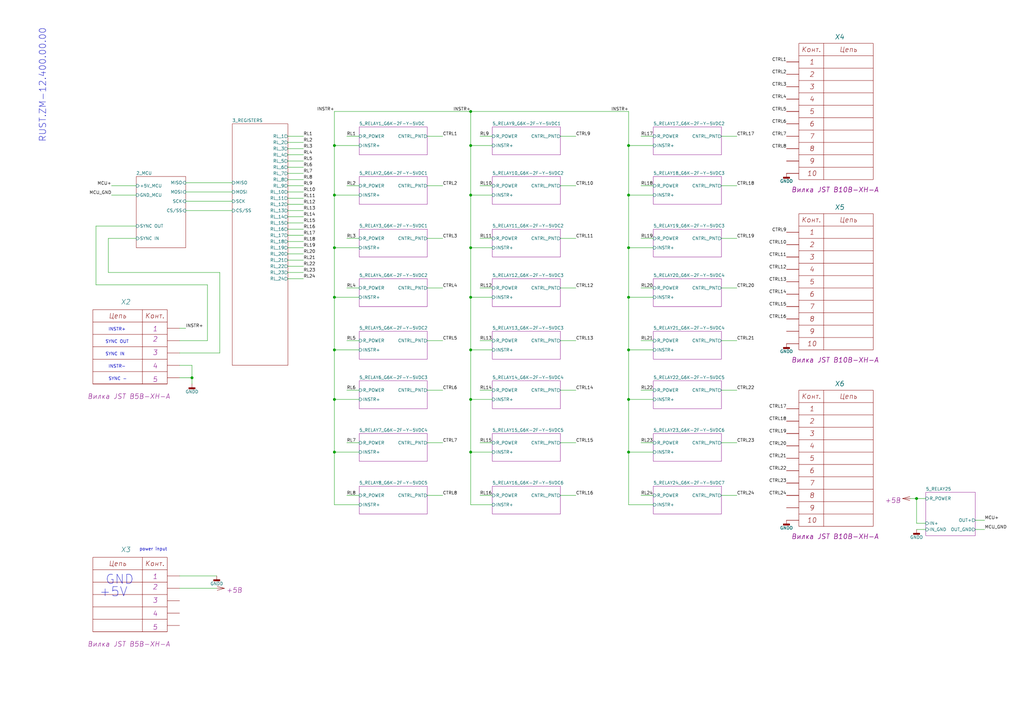
<source format=kicad_sch>
(kicad_sch (version 20210621) (generator eeschema)
  (paper "A3")
  (title_block (title "Seebeck measurement system (longitudially)") (rev "rev") (company "Rustec") (comment 1 "RUST.ZM-12.402.01.00") (comment 2 "mikhailov") (comment 3 "sitnicov") (comment 4 "4") (comment 5 "5") (comment 6 "6") (comment 7 "7") (comment 8 "8") (comment 9 "9"))
  (lib_symbols
    (symbol "[LTM][Power]:+5V" (power) (pin_numbers hide) (pin_names (offset 0) hide)
      (property "ValueName" "+5В" (at 0 5.08 0))
      (symbol "+5V_0_1"
        (polyline (pts (xy 0 3.175) (xy -0.8128 0.1778)))
        (polyline (pts (xy 0 3.175) (xy 0 0)))
        (polyline (pts (xy 0.8128 0.1778) (xy 0 3.175)))
      )
      (symbol "+5V_1_1"
        (pin power_in line (at 0 0 90) (length 0) hide (name "+5V") (number "1"))
      )
    )
    (symbol "my_Library:B10B-XH-A_right" (pin_numbers hide) (pin_names (offset 0) hide)
      (property "Reference" "X3" (at 19.6851 10.2517 0))
      (property "ValueName" "Вилка JST B10B-XH-A" (at 1.9051 -52.4053 0))
      (symbol "B10B-XH-A_right_0_0"
        (polyline (pts (xy 15.24 7.62) (xy 15.24 -48.26)))
        (polyline (pts (xy 35.56 -43.18) (xy 5.08 -43.18)))
        (polyline (pts (xy 35.56 -38.1) (xy 5.08 -38.1)))
        (polyline (pts (xy 35.56 -33.02) (xy 5.08 -33.02)))
        (polyline (pts (xy 35.56 -27.94) (xy 5.08 -27.94)))
        (polyline (pts (xy 35.56 -22.86) (xy 5.08 -22.86)))
        (polyline (pts (xy 35.56 -17.78) (xy 5.08 -17.78)))
        (polyline (pts (xy 35.56 -12.7) (xy 5.08 -12.7)))
        (polyline (pts (xy 35.56 -7.62) (xy 5.08 -7.62)))
        (polyline (pts (xy 35.56 -2.54) (xy 5.08 -2.54)))
        (polyline (pts (xy 35.56 2.54) (xy 5.08 2.54)))
        (rectangle (start 5.08 7.62) (end 35.56 -48.26))
      )
      (symbol "B10B-XH-A_right_1_1"
        (text "1" (at 10.414 0 0) (effects (font (size 2.0066 2.0066) italic)))
        (text "10" (at 10.414 -45.72 0) (effects (font (size 2.0066 2.0066) italic)))
        (text "2" (at 10.414 -5.08 0) (effects (font (size 2.0066 2.0066) italic)))
        (text "3" (at 10.414 -10.16 0) (effects (font (size 2.0066 2.0066) italic)))
        (text "4" (at 10.414 -15.24 0) (effects (font (size 2.0066 2.0066) italic)))
        (text "5" (at 10.414 -20.32 0) (effects (font (size 2.0066 2.0066) italic)))
        (text "6" (at 10.414 -25.4 0) (effects (font (size 2.0066 2.0066) italic)))
        (text "7" (at 10.414 -30.48 0) (effects (font (size 2.0066 2.0066) italic)))
        (text "8" (at 10.414 -35.56 0) (effects (font (size 2.0066 2.0066) italic)))
        (text "9" (at 10.414 -40.64 0) (effects (font (size 2.0066 2.0066) italic)))
        (text "Конт." (at 10.16 5.08 0) (effects (font (size 2.0066 2.0066) italic)))
        (text "Цепь" (at 25.4 5.08 0) (effects (font (size 2.0066 2.0066) italic)))
        (pin passive line (at 0 0 0) (length 5.08) (name "1") (number "1"))
        (pin passive line (at 0 -45.72 0) (length 5.08) (name "10") (number "10"))
        (pin passive line (at 0 -5.08 0) (length 5.08) (name "2") (number "2"))
        (pin passive line (at 0 -10.16 0) (length 5.08) (name "3") (number "3"))
        (pin passive line (at 0 -15.24 0) (length 5.08) (name "4") (number "4"))
        (pin passive line (at 0 -20.32 0) (length 5.08) (name "5") (number "5"))
        (pin passive line (at 0 -25.4 0) (length 5.08) (name "6") (number "6"))
        (pin passive line (at 0 -30.48 0) (length 5.08) (name "7") (number "7"))
        (pin passive line (at 0 -35.56 0) (length 5.08) (name "8") (number "8"))
        (pin passive line (at 0 -40.64 0) (length 5.08) (name "9") (number "9"))
      )
    )
    (symbol "my_Library:B5B-XH-A_Left" (pin_numbers hide) (pin_names (offset 0) hide)
      (property "Reference" "X" (at -22.225 10.795 0))
      (property "ValueName" "Вилка JST B5B-XH-A" (at -20.955 -27.94 0))
      (property "PIN1" "1" (at -10.16 -0.227 0))
      (property "PIN2" "2" (at -10.16 -4.464 0))
      (property "PIN3" "3" (at -10.16 -9.971 0))
      (property "PIN4" "4" (at -10.16 -15.478 0))
      (property "PIN5" "5" (at -10.16 -20.985 0))
      (symbol "B5B-XH-A_Left_0_0"
        (rectangle (start -5.08 7.62) (end -35.56 -22.86))
        (polyline (pts (xy -35.56 -22.86) (xy -5.08 -22.86)))
        (polyline (pts (xy -35.56 -17.78) (xy -5.08 -17.78)))
        (polyline (pts (xy -35.56 -12.7) (xy -5.08 -12.7)))
        (polyline (pts (xy -35.56 -7.62) (xy -5.08 -7.62)))
        (polyline (pts (xy -35.56 -2.54) (xy -5.08 -2.54)))
        (polyline (pts (xy -35.56 2.54) (xy -5.08 2.54)))
        (polyline (pts (xy -15.24 7.62) (xy -15.24 -22.86)))
      )
      (symbol "B5B-XH-A_Left_1_1"
        (text "Конт." (at -10.16 5.08 0) (effects (font (size 2.0066 2.0066) italic)))
        (text "Цепь" (at -25.4 5.08 0) (effects (font (size 2.0066 2.0066) italic)))
        (pin passive line (at 0 0 180) (length 5.08) (name "1") (number "1"))
        (pin passive line (at 0 -5.08 180) (length 5.08) (name "2") (number "2"))
        (pin passive line (at 0 -10.16 180) (length 5.08) (name "3") (number "3"))
        (pin passive line (at 0 -15.24 180) (length 5.08) (name "4") (number "4"))
        (pin passive line (at 0 -20.32 180) (length 5.08) (name "5") (number "5"))
      )
    )
    (symbol "my_Library:board_symbol_190x310"
      (property "Reference" "PCB" (at 12.7 -1.905 0))
      (property "Value" "board_symbol_190x310" (at 13.335 -8.255 0))
      (symbol "board_symbol_190x310_0_1"
        (rectangle (start 0 0) (end 25.4 -10.16) (stroke (width 0.1524)))
      )
    )
    (symbol "my_Library:bread_16pins"
      (property "Reference" "BB" (at 10.16 3.81 0))
      (property "Value" "bread_16pins" (at 11.43 -40.64 0))
      (symbol "bread_16pins_1_0"
        (pin tri_state line (at 0 0 0) (length 2.54) (name "") (number "1"))
        (pin input line (at 20.32 -30.48 180) (length 2.54) (name "") (number "10"))
        (pin input line (at 20.32 -25.4 180) (length 2.54) (name "") (number "11"))
        (pin input line (at 20.32 -20.32 180) (length 2.54) (name "") (number "12"))
        (pin input line (at 20.32 -15.24 180) (length 2.54) (name "") (number "13"))
        (pin input line (at 20.32 -10.16 180) (length 2.54) (name "") (number "14"))
        (pin tri_state line (at 20.32 -5.08 180) (length 2.54) (name "") (number "15"))
        (pin power_in line (at 20.32 0 180) (length 2.54) (name "") (number "16"))
        (pin tri_state line (at 0 -5.08 0) (length 2.54) (name "") (number "2"))
        (pin tri_state line (at 0 -10.16 0) (length 2.54) (name "") (number "3"))
        (pin tri_state line (at 0 -15.24 0) (length 2.54) (name "") (number "4"))
        (pin tri_state line (at 0 -20.32 0) (length 2.54) (name "") (number "5"))
        (pin tri_state line (at 0 -25.4 0) (length 2.54) (name "") (number "6"))
        (pin tri_state line (at 0 -30.48 0) (length 2.54) (name "") (number "7"))
        (pin power_in line (at 0 -35.56 0) (length 2.54) (name "") (number "8"))
        (pin output line (at 20.32 -35.56 180) (length 2.54) (name "") (number "9"))
      )
      (symbol "bread_16pins_1_1"
        (rectangle (start 2.54 2.54) (end 17.78 -39.37) (stroke (width 0.254)) (fill (type background)))
      )
    )
    (symbol "power:GNDD" (power) (pin_names (offset 0))
      (property "Value" "GNDD" (at 0 -3.175 0))
      (symbol "GNDD_0_1"
        (rectangle (start -1.27 -1.524) (end 1.27 -2.032) (stroke (width 0.254)) (fill (type outline)))
        (polyline (pts (xy 0 0) (xy 0 -1.524)))
      )
      (symbol "GNDD_1_1"
        (pin power_in line (at 0 0 270) (length 0) hide (name "GNDD") (number "1"))
      )
    )
  )
  (junction (at 78.74 154.94) (diameter 1.016))
  (junction (at 137.16 59.69) (diameter 1.016))
  (junction (at 137.16 80.01) (diameter 1.016))
  (junction (at 137.16 101.6) (diameter 1.016))
  (junction (at 137.16 121.92) (diameter 1.016))
  (junction (at 137.16 143.51) (diameter 1.016))
  (junction (at 137.16 163.83) (diameter 1.016))
  (junction (at 137.16 185.42) (diameter 1.016))
  (junction (at 193.04 45.72) (diameter 1.016))
  (junction (at 193.04 59.69) (diameter 1.016))
  (junction (at 193.04 80.01) (diameter 1.016))
  (junction (at 193.04 101.6) (diameter 1.016))
  (junction (at 193.04 121.92) (diameter 1.016))
  (junction (at 193.04 143.51) (diameter 1.016))
  (junction (at 193.04 163.83) (diameter 1.016))
  (junction (at 193.04 185.42) (diameter 1.016))
  (junction (at 257.81 59.69) (diameter 1.016))
  (junction (at 257.81 80.01) (diameter 1.016))
  (junction (at 257.81 101.6) (diameter 1.016))
  (junction (at 257.81 121.92) (diameter 1.016))
  (junction (at 257.81 143.51) (diameter 1.016))
  (junction (at 257.81 163.83) (diameter 1.016))
  (junction (at 257.81 185.42) (diameter 1.016))
  (junction (at 375.92 204.47) (diameter 1.016))
  (wire (pts (xy 39.37 92.71) (xy 55.88 92.71)))
  (wire (pts (xy 39.37 116.84) (xy 39.37 92.71)))
  (wire (pts (xy 44.45 97.79) (xy 44.45 111.76)))
  (wire (pts (xy 44.45 111.76) (xy 90.17 111.76)))
  (wire (pts (xy 45.72 76.2) (xy 55.88 76.2)))
  (wire (pts (xy 45.72 80.01) (xy 55.88 80.01)))
  (wire (pts (xy 55.88 97.79) (xy 44.45 97.79)))
  (wire (pts (xy 73.66 134.62) (xy 76.2 134.62)))
  (wire (pts (xy 73.66 139.7) (xy 85.09 139.7)))
  (wire (pts (xy 73.66 149.86) (xy 78.74 149.86)))
  (wire (pts (xy 73.66 154.94) (xy 78.74 154.94)))
  (wire (pts (xy 73.66 236.22) (xy 88.9 236.22)))
  (wire (pts (xy 73.66 241.3) (xy 88.9 241.3)))
  (wire (pts (xy 76.2 74.93) (xy 95.25 74.93)))
  (wire (pts (xy 76.2 78.74) (xy 95.25 78.74)))
  (wire (pts (xy 76.2 82.55) (xy 95.25 82.55)))
  (wire (pts (xy 76.2 86.36) (xy 95.25 86.36)))
  (wire (pts (xy 78.74 154.94) (xy 78.74 149.86)))
  (wire (pts (xy 78.74 157.48) (xy 78.74 154.94)))
  (wire (pts (xy 85.09 116.84) (xy 39.37 116.84)))
  (wire (pts (xy 85.09 139.7) (xy 85.09 116.84)))
  (wire (pts (xy 90.17 111.76) (xy 90.17 144.78)))
  (wire (pts (xy 90.17 144.78) (xy 73.66 144.78)))
  (wire (pts (xy 118.11 55.88) (xy 124.46 55.88)))
  (wire (pts (xy 118.11 58.42) (xy 124.46 58.42)))
  (wire (pts (xy 118.11 60.96) (xy 124.46 60.96)))
  (wire (pts (xy 118.11 63.5) (xy 124.46 63.5)))
  (wire (pts (xy 118.11 66.04) (xy 124.46 66.04)))
  (wire (pts (xy 118.11 68.58) (xy 124.46 68.58)))
  (wire (pts (xy 118.11 71.12) (xy 124.46 71.12)))
  (wire (pts (xy 118.11 73.66) (xy 124.46 73.66)))
  (wire (pts (xy 118.11 76.2) (xy 124.46 76.2)))
  (wire (pts (xy 118.11 78.74) (xy 124.46 78.74)))
  (wire (pts (xy 118.11 81.28) (xy 124.46 81.28)))
  (wire (pts (xy 118.11 83.82) (xy 124.46 83.82)))
  (wire (pts (xy 118.11 86.36) (xy 124.46 86.36)))
  (wire (pts (xy 118.11 88.9) (xy 124.46 88.9)))
  (wire (pts (xy 118.11 91.44) (xy 124.46 91.44)))
  (wire (pts (xy 118.11 93.98) (xy 124.46 93.98)))
  (wire (pts (xy 118.11 96.52) (xy 124.46 96.52)))
  (wire (pts (xy 118.11 99.06) (xy 124.46 99.06)))
  (wire (pts (xy 118.11 101.6) (xy 124.46 101.6)))
  (wire (pts (xy 118.11 104.14) (xy 124.46 104.14)))
  (wire (pts (xy 118.11 106.68) (xy 124.46 106.68)))
  (wire (pts (xy 118.11 109.22) (xy 124.46 109.22)))
  (wire (pts (xy 118.11 111.76) (xy 124.46 111.76)))
  (wire (pts (xy 118.11 114.3) (xy 124.46 114.3)))
  (wire (pts (xy 137.16 45.72) (xy 137.16 59.69)))
  (wire (pts (xy 137.16 45.72) (xy 193.04 45.72)))
  (wire (pts (xy 137.16 59.69) (xy 137.16 80.01)))
  (wire (pts (xy 137.16 59.69) (xy 147.32 59.69)))
  (wire (pts (xy 137.16 80.01) (xy 137.16 101.6)))
  (wire (pts (xy 137.16 80.01) (xy 147.32 80.01)))
  (wire (pts (xy 137.16 101.6) (xy 137.16 121.92)))
  (wire (pts (xy 137.16 101.6) (xy 147.32 101.6)))
  (wire (pts (xy 137.16 121.92) (xy 137.16 143.51)))
  (wire (pts (xy 137.16 121.92) (xy 147.32 121.92)))
  (wire (pts (xy 137.16 143.51) (xy 137.16 163.83)))
  (wire (pts (xy 137.16 143.51) (xy 147.32 143.51)))
  (wire (pts (xy 137.16 163.83) (xy 137.16 185.42)))
  (wire (pts (xy 137.16 163.83) (xy 147.32 163.83)))
  (wire (pts (xy 137.16 185.42) (xy 137.16 207.01)))
  (wire (pts (xy 137.16 185.42) (xy 147.32 185.42)))
  (wire (pts (xy 137.16 207.01) (xy 147.32 207.01)))
  (wire (pts (xy 142.24 55.88) (xy 147.32 55.88)))
  (wire (pts (xy 142.24 76.2) (xy 147.32 76.2)))
  (wire (pts (xy 142.24 97.79) (xy 147.32 97.79)))
  (wire (pts (xy 142.24 118.11) (xy 147.32 118.11)))
  (wire (pts (xy 142.24 139.7) (xy 147.32 139.7)))
  (wire (pts (xy 142.24 160.02) (xy 147.32 160.02)))
  (wire (pts (xy 142.24 181.61) (xy 147.32 181.61)))
  (wire (pts (xy 142.24 203.2) (xy 147.32 203.2)))
  (wire (pts (xy 175.26 55.88) (xy 181.61 55.88)))
  (wire (pts (xy 175.26 76.2) (xy 181.61 76.2)))
  (wire (pts (xy 175.26 97.79) (xy 181.61 97.79)))
  (wire (pts (xy 175.26 118.11) (xy 181.61 118.11)))
  (wire (pts (xy 175.26 139.7) (xy 181.61 139.7)))
  (wire (pts (xy 175.26 160.02) (xy 181.61 160.02)))
  (wire (pts (xy 175.26 181.61) (xy 181.61 181.61)))
  (wire (pts (xy 175.26 203.2) (xy 181.61 203.2)))
  (wire (pts (xy 193.04 45.72) (xy 193.04 59.69)))
  (wire (pts (xy 193.04 45.72) (xy 257.81 45.72)))
  (wire (pts (xy 193.04 59.69) (xy 193.04 80.01)))
  (wire (pts (xy 193.04 59.69) (xy 201.93 59.69)))
  (wire (pts (xy 193.04 80.01) (xy 193.04 101.6)))
  (wire (pts (xy 193.04 80.01) (xy 201.93 80.01)))
  (wire (pts (xy 193.04 101.6) (xy 193.04 121.92)))
  (wire (pts (xy 193.04 101.6) (xy 201.93 101.6)))
  (wire (pts (xy 193.04 121.92) (xy 193.04 143.51)))
  (wire (pts (xy 193.04 121.92) (xy 201.93 121.92)))
  (wire (pts (xy 193.04 143.51) (xy 193.04 163.83)))
  (wire (pts (xy 193.04 163.83) (xy 193.04 185.42)))
  (wire (pts (xy 193.04 163.83) (xy 201.93 163.83)))
  (wire (pts (xy 193.04 185.42) (xy 193.04 207.01)))
  (wire (pts (xy 193.04 185.42) (xy 201.93 185.42)))
  (wire (pts (xy 193.04 207.01) (xy 201.93 207.01)))
  (wire (pts (xy 196.85 55.88) (xy 201.93 55.88)))
  (wire (pts (xy 196.85 76.2) (xy 201.93 76.2)))
  (wire (pts (xy 196.85 97.79) (xy 201.93 97.79)))
  (wire (pts (xy 196.85 118.11) (xy 201.93 118.11)))
  (wire (pts (xy 196.85 139.7) (xy 201.93 139.7)))
  (wire (pts (xy 196.85 160.02) (xy 201.93 160.02)))
  (wire (pts (xy 196.85 181.61) (xy 201.93 181.61)))
  (wire (pts (xy 196.85 203.2) (xy 201.93 203.2)))
  (wire (pts (xy 201.93 143.51) (xy 193.04 143.51)))
  (wire (pts (xy 229.87 55.88) (xy 236.22 55.88)))
  (wire (pts (xy 229.87 76.2) (xy 236.22 76.2)))
  (wire (pts (xy 229.87 97.79) (xy 236.22 97.79)))
  (wire (pts (xy 229.87 118.11) (xy 236.22 118.11)))
  (wire (pts (xy 229.87 139.7) (xy 236.22 139.7)))
  (wire (pts (xy 229.87 160.02) (xy 236.22 160.02)))
  (wire (pts (xy 229.87 181.61) (xy 236.22 181.61)))
  (wire (pts (xy 229.87 203.2) (xy 236.22 203.2)))
  (wire (pts (xy 257.81 45.72) (xy 257.81 59.69)))
  (wire (pts (xy 257.81 59.69) (xy 257.81 80.01)))
  (wire (pts (xy 257.81 59.69) (xy 267.97 59.69)))
  (wire (pts (xy 257.81 80.01) (xy 257.81 101.6)))
  (wire (pts (xy 257.81 80.01) (xy 267.97 80.01)))
  (wire (pts (xy 257.81 101.6) (xy 257.81 121.92)))
  (wire (pts (xy 257.81 101.6) (xy 267.97 101.6)))
  (wire (pts (xy 257.81 121.92) (xy 257.81 143.51)))
  (wire (pts (xy 257.81 121.92) (xy 267.97 121.92)))
  (wire (pts (xy 257.81 143.51) (xy 257.81 163.83)))
  (wire (pts (xy 257.81 143.51) (xy 267.97 143.51)))
  (wire (pts (xy 257.81 163.83) (xy 257.81 185.42)))
  (wire (pts (xy 257.81 163.83) (xy 267.97 163.83)))
  (wire (pts (xy 257.81 185.42) (xy 257.81 207.01)))
  (wire (pts (xy 257.81 185.42) (xy 267.97 185.42)))
  (wire (pts (xy 257.81 207.01) (xy 267.97 207.01)))
  (wire (pts (xy 262.89 55.88) (xy 267.97 55.88)))
  (wire (pts (xy 262.89 76.2) (xy 267.97 76.2)))
  (wire (pts (xy 262.89 97.79) (xy 267.97 97.79)))
  (wire (pts (xy 262.89 118.11) (xy 267.97 118.11)))
  (wire (pts (xy 262.89 139.7) (xy 267.97 139.7)))
  (wire (pts (xy 262.89 160.02) (xy 267.97 160.02)))
  (wire (pts (xy 262.89 181.61) (xy 267.97 181.61)))
  (wire (pts (xy 262.89 203.2) (xy 267.97 203.2)))
  (wire (pts (xy 295.91 55.88) (xy 302.26 55.88)))
  (wire (pts (xy 295.91 76.2) (xy 302.26 76.2)))
  (wire (pts (xy 295.91 97.79) (xy 302.26 97.79)))
  (wire (pts (xy 295.91 118.11) (xy 302.26 118.11)))
  (wire (pts (xy 295.91 139.7) (xy 302.26 139.7)))
  (wire (pts (xy 295.91 160.02) (xy 302.26 160.02)))
  (wire (pts (xy 295.91 181.61) (xy 302.26 181.61)))
  (wire (pts (xy 295.91 203.2) (xy 302.26 203.2)))
  (wire (pts (xy 373.38 204.47) (xy 375.92 204.47)))
  (wire (pts (xy 375.92 204.47) (xy 379.73 204.47)))
  (wire (pts (xy 375.92 214.63) (xy 375.92 204.47)))
  (wire (pts (xy 375.92 217.17) (xy 379.73 217.17)))
  (wire (pts (xy 379.73 214.63) (xy 375.92 214.63)))
  (wire (pts (xy 400.05 213.36) (xy 403.86 213.36)))
  (wire (pts (xy 400.05 217.17) (xy 403.86 217.17)))
  (text "MH4_" (at -54.61 63.5 180) (effects (font (size 1.27 1.27)) (justify right bottom)))
  (text "RUST.ZM-12.400.00.00" (at 19.05 58.42 90) (effects (font (size 2.667 2.667)) (justify left bottom)))
  (text "+5V" (at 40.64 245.11 0) (effects (font (size 3.81 3.81)) (justify left bottom)))
  (text "SYNC OUT" (at 43.18 140.97 0) (effects (font (size 1.27 1.27)) (justify left bottom)))
  (text "SYNC IN" (at 43.18 146.05 0) (effects (font (size 1.27 1.27)) (justify left bottom)))
  (text "GND" (at 43.18 240.03 0) (effects (font (size 3.81 3.81)) (justify left bottom)))
  (text "INSTR+" (at 44.45 135.89 0) (effects (font (size 1.27 1.27)) (justify left bottom)))
  (text "INSTR-" (at 44.45 151.13 0) (effects (font (size 1.27 1.27)) (justify left bottom)))
  (text "SYNC -" (at 44.45 156.21 0) (effects (font (size 1.27 1.27)) (justify left bottom)))
  (text "power input" (at 57.15 226.06 0) (effects (font (size 1.27 1.27)) (justify left bottom)))
  (label "MCU+" (at 45.72 76.2 180))
  (label "MCU_GND" (at 45.72 80.01 180))
  (label "INSTR+" (at 76.2 134.62 0))
  (label "RL1" (at 124.46 55.88 0))
  (label "RL2" (at 124.46 58.42 0))
  (label "RL3" (at 124.46 60.96 0))
  (label "RL4" (at 124.46 63.5 0))
  (label "RL5" (at 124.46 66.04 0))
  (label "RL6" (at 124.46 68.58 0))
  (label "RL7" (at 124.46 71.12 0))
  (label "RL8" (at 124.46 73.66 0))
  (label "RL9" (at 124.46 76.2 0))
  (label "RL10" (at 124.46 78.74 0))
  (label "RL11" (at 124.46 81.28 0))
  (label "RL12" (at 124.46 83.82 0))
  (label "RL13" (at 124.46 86.36 0))
  (label "RL14" (at 124.46 88.9 0))
  (label "RL15" (at 124.46 91.44 0))
  (label "RL16" (at 124.46 93.98 0))
  (label "RL17" (at 124.46 96.52 0))
  (label "RL18" (at 124.46 99.06 0))
  (label "RL19" (at 124.46 101.6 0))
  (label "RL20" (at 124.46 104.14 0))
  (label "RL21" (at 124.46 106.68 0))
  (label "RL22" (at 124.46 109.22 0))
  (label "RL23" (at 124.46 111.76 0))
  (label "RL24" (at 124.46 114.3 0))
  (label "INSTR+" (at 137.16 45.72 180))
  (label "RL1" (at 142.24 55.88 0))
  (label "RL2" (at 142.24 76.2 0))
  (label "RL3" (at 142.24 97.79 0))
  (label "RL4" (at 142.24 118.11 0))
  (label "RL5" (at 142.24 139.7 0))
  (label "RL6" (at 142.24 160.02 0))
  (label "RL7" (at 142.24 181.61 0))
  (label "RL8" (at 142.24 203.2 0))
  (label "CTRL1" (at 181.61 55.88 0))
  (label "CTRL2" (at 181.61 76.2 0))
  (label "CTRL3" (at 181.61 97.79 0))
  (label "CTRL4" (at 181.61 118.11 0))
  (label "CTRL5" (at 181.61 139.7 0))
  (label "CTRL6" (at 181.61 160.02 0))
  (label "CTRL7" (at 181.61 181.61 0))
  (label "CTRL8" (at 181.61 203.2 0))
  (label "INSTR+" (at 193.04 45.72 180))
  (label "RL9" (at 196.85 55.88 0))
  (label "RL10" (at 196.85 76.2 0))
  (label "RL11" (at 196.85 97.79 0))
  (label "RL12" (at 196.85 118.11 0))
  (label "RL13" (at 196.85 139.7 0))
  (label "RL14" (at 196.85 160.02 0))
  (label "RL15" (at 196.85 181.61 0))
  (label "RL16" (at 196.85 203.2 0))
  (label "CTRL9" (at 236.22 55.88 0))
  (label "CTRL10" (at 236.22 76.2 0))
  (label "CTRL11" (at 236.22 97.79 0))
  (label "CTRL12" (at 236.22 118.11 0))
  (label "CTRL13" (at 236.22 139.7 0))
  (label "CTRL14" (at 236.22 160.02 0))
  (label "CTRL15" (at 236.22 181.61 0))
  (label "CTRL16" (at 236.22 203.2 0))
  (label "INSTR+" (at 257.81 45.72 180))
  (label "RL17" (at 262.89 55.88 0))
  (label "RL18" (at 262.89 76.2 0))
  (label "RL19" (at 262.89 97.79 0))
  (label "RL20" (at 262.89 118.11 0))
  (label "RL21" (at 262.89 139.7 0))
  (label "RL22" (at 262.89 160.02 0))
  (label "RL23" (at 262.89 181.61 0))
  (label "RL24" (at 262.89 203.2 0))
  (label "CTRL17" (at 302.26 55.88 0))
  (label "CTRL18" (at 302.26 76.2 0))
  (label "CTRL19" (at 302.26 97.79 0))
  (label "CTRL20" (at 302.26 118.11 0))
  (label "CTRL21" (at 302.26 139.7 0))
  (label "CTRL22" (at 302.26 160.02 0))
  (label "CTRL23" (at 302.26 181.61 0))
  (label "CTRL24" (at 302.26 203.2 0))
  (label "CTRL1" (at 322.58 25.4 180))
  (label "CTRL2" (at 322.58 30.48 180))
  (label "CTRL3" (at 322.58 35.56 180))
  (label "CTRL4" (at 322.58 40.64 180))
  (label "CTRL5" (at 322.58 45.72 180))
  (label "CTRL6" (at 322.58 50.8 180))
  (label "CTRL7" (at 322.58 55.88 180))
  (label "CTRL8" (at 322.58 60.96 180))
  (label "CTRL9" (at 322.58 95.25 180))
  (label "CTRL10" (at 322.58 100.33 180))
  (label "CTRL11" (at 322.58 105.41 180))
  (label "CTRL12" (at 322.58 110.49 180))
  (label "CTRL13" (at 322.58 115.57 180))
  (label "CTRL14" (at 322.58 120.65 180))
  (label "CTRL15" (at 322.58 125.73 180))
  (label "CTRL16" (at 322.58 130.81 180))
  (label "CTRL17" (at 322.58 167.64 180))
  (label "CTRL18" (at 322.58 172.72 180))
  (label "CTRL19" (at 322.58 177.8 180))
  (label "CTRL20" (at 322.58 182.88 180))
  (label "CTRL21" (at 322.58 187.96 180))
  (label "CTRL22" (at 322.58 193.04 180))
  (label "CTRL23" (at 322.58 198.12 180))
  (label "CTRL24" (at 322.58 203.2 180))
  (label "MCU+" (at 403.86 213.36 0))
  (label "MCU_GND" (at 403.86 217.17 0))
  (symbol (lib_id "[LTM][Power]:+5V") (at 88.9 241.3 270) (unit 1)
    (property "Reference" "#PWR016" (effects hide))
    (property "Value" "+5V" (effects hide))
    (property "ValueName" "+5В" (at 92.7101 242.0568 90) (effects (font (size 2.0066 2.0066) italic) (justify left)))
  )
  (symbol (lib_id "[LTM][Power]:+5V") (at 373.38 204.47 90) (unit 1)
    (property "Reference" "#PWR021" (effects hide))
    (property "Value" "+5V" (effects hide))
    (property "ValueName" "+5В" (at 369.5699 205.2268 90) (effects (font (size 2.0066 2.0066) italic) (justify left)))
  )
  (symbol (lib_id "power:GNDD") (at 78.74 157.48 0) (unit 1)
    (property "Reference" "#PWR015" (effects hide))
    (property "Value" "GNDD" (at 78.74 160.655 0))
  )
  (symbol (lib_id "power:GNDD") (at 88.9 236.22 0) (unit 1)
    (property "Reference" "#PWR017" (effects hide))
    (property "Value" "GNDD" (at 88.9 239.395 0))
  )
  (symbol (lib_id "power:GNDD") (at 322.58 71.12 0) (unit 1)
    (property "Reference" "#PWR018" (effects hide))
    (property "Value" "GNDD" (at 322.58 74.295 0))
  )
  (symbol (lib_id "power:GNDD") (at 322.58 140.97 0) (unit 1)
    (property "Reference" "#PWR019" (effects hide))
    (property "Value" "GNDD" (at 322.58 144.145 0))
  )
  (symbol (lib_id "power:GNDD") (at 322.58 213.36 0) (unit 1)
    (property "Reference" "#PWR020" (effects hide))
    (property "Value" "GNDD" (at 322.58 216.535 0))
  )
  (symbol (lib_id "power:GNDD") (at 375.92 217.17 0) (unit 1)
    (property "Reference" "#PWR022" (effects hide))
    (property "Value" "GNDD" (at 375.92 220.345 0))
  )
  (symbol (lib_id "my_Library:board_symbol_190x310") (at -58.42 153.67 0) (unit 1)
    (property "Reference" "PCB1" (at -32.3087 157.8415 0) (effects (justify left)))
    (property "Value" "board_symbol_190x310" (at -32.3087 160.6166 0) (effects (justify left)))
    (property "Footprint" "my_Library_ftprint:board_fp_190x310" (effects hide))
  )
  (symbol (lib_id "my_Library:bread_16pins") (at -4955.54 -4319.27 0) (unit 1)
    (property "Reference" "BB1" (at -4945.38 -4323.08 0))
    (property "Value" "bread_16pins" (at -4944.11 -4278.63 0))
    (property "Footprint" "my_Library_ftprint:breadboard_DIP-16_W7.62mm_Socket_LongPads" (effects hide))
    (property "Datasheet" "http://www.ti.com/lit/ds/symlink/sn74hc595.pdf" (effects hide))
  )
  (symbol (lib_id "my_Library:bread_16pins") (at -67.31 175.26 0) (unit 1)
    (property "Reference" "BB2" (at -57.15 168.7534 0))
    (property "Value" "bread_16pins" (at -57.15 171.5285 0))
    (property "Footprint" "my_Library_ftprint:breadboard_DIP-16_W7.62mm_Socket_LongPads" (effects hide))
    (property "Datasheet" "http://www.ti.com/lit/ds/symlink/sn74hc595.pdf" (effects hide))
  )
  (symbol (lib_id "my_Library:bread_16pins") (at -67.31 241.3 0) (unit 1)
    (property "Reference" "BB3" (at -57.15 234.7934 0))
    (property "Value" "bread_16pins" (at -57.15 237.5685 0))
    (property "Footprint" "my_Library_ftprint:breadboard_DIP-16_W7.62mm_Socket_LongPads" (effects hide))
    (property "Datasheet" "http://www.ti.com/lit/ds/symlink/sn74hc595.pdf" (effects hide))
  )
  (symbol (lib_id "my_Library:bread_16pins") (at -67.31 302.26 0) (unit 1)
    (property "Reference" "BB4" (at -57.15 295.7534 0))
    (property "Value" "bread_16pins" (at -57.15 298.5285 0))
    (property "Footprint" "my_Library_ftprint:breadboard_DIP-16_W7.62mm_Socket_LongPads" (effects hide))
    (property "Datasheet" "http://www.ti.com/lit/ds/symlink/sn74hc595.pdf" (effects hide))
  )
  (symbol (lib_id "my_Library:bread_16pins") (at -66.04 50.8 0) (unit 1)
    (property "Reference" "BB5" (at -55.88 44.2934 0))
    (property "Value" "bread_16pins" (at -55.88 47.0685 0))
    (property "Footprint" "my_Library_ftprint:breadboard_DIP-16_W7.62mm_Socket_LongPads" (effects hide))
    (property "Datasheet" "http://www.ti.com/lit/ds/symlink/sn74hc595.pdf" (effects hide))
  )
  (symbol (lib_id "my_Library:bread_16pins") (at -66.04 102.87 0) (unit 1)
    (property "Reference" "BB6" (at -55.88 96.3634 0))
    (property "Value" "bread_16pins" (at -55.88 99.1385 0))
    (property "Footprint" "my_Library_ftprint:breadboard_DIP-16_W7.62mm_Socket_LongPads" (effects hide))
    (property "Datasheet" "http://www.ti.com/lit/ds/symlink/sn74hc595.pdf" (effects hide))
  )
  (symbol (lib_id "my_Library:bread_16pins") (at -64.77 1.27 0) (unit 1)
    (property "Reference" "BB7" (at -54.61 -5.2366 0))
    (property "Value" "bread_16pins" (at -54.61 -2.4615 0))
    (property "Footprint" "my_Library_ftprint:breadboard_DIP-16_W7.62mm_Socket_LongPads" (effects hide))
    (property "Datasheet" "http://www.ti.com/lit/ds/symlink/sn74hc595.pdf" (effects hide))
  )
  (symbol (lib_id "my_Library:B5B-XH-A_Left") (at 73.66 134.62 0) (unit 1)
    (property "Reference" "X2" (at 51.435 123.825 0) (effects (font (size 2.0066 2.0066) italic)))
    (property "Value" "B5B-XH-A_Left" (effects hide))
    (property "Footprint" "my_Library_ftprint:JST_EH_B5B-EH-A_1x05_P2.50mm_Vertical" (effects hide))
    (property "Datasheet" "C:/Program Files/KiCad/share/LTM_KiCAD_LIB/LTM_DataSheet/Каталог_АО_Электродеталь.pdf" (effects hide))
    (property "ValueName" "Вилка JST B5B-XH-A" (at 52.705 162.56 0) (effects (font (size 2.0066 2.0066) italic)))
    (property "ValueGroup" "Соединители" (effects hide))
    (property "ValueGOST" "Вилка JST B5B-XH-A" (effects hide))
    (property "ValueTU" "ПРЯМАЯ" (effects hide))
    (property "ValueManufacturer" "ф. АО «Электродеталь»" (effects hide))
    (property "ValueTemp_1" "РЮМК.430420.011ТУ" (effects hide))
    (property "ValueSupplier" "ф. АО «Электродеталь»" (effects hide))
    (property "ValueAnalog" "PLD-10" (effects hide))
    (property "ValueTemperature" "от минус 60 ⁰C до + 85 ⁰C" (effects hide))
    (property "ValueNote" "-" (effects hide))
    (property "ValueTemp_2" "-" (effects hide))
    (property "ValueTemp_3" "-" (effects hide))
    (property "ValueTemp_4" "-" (effects hide))
    (property "ValueTemp_5" "-" (effects hide))
    (property "PIN1" "1" (at 63.5 134.847 0) (effects (font (size 2.0066 2.0066) italic)))
    (property "PIN2" "2" (at 63.5 139.084 0) (effects (font (size 2.0066 2.0066) italic)))
    (property "PIN3" "3" (at 63.5 144.591 0) (effects (font (size 2.0066 2.0066) italic)))
    (property "PIN4" "4" (at 63.5 150.098 0) (effects (font (size 2.0066 2.0066) italic)))
    (property "PIN5" "5" (at 63.5 155.605 0) (effects (font (size 2.0066 2.0066) italic)))
  )
  (symbol (lib_id "my_Library:B5B-XH-A_Left") (at 73.66 236.22 0) (unit 1)
    (property "Reference" "X3" (at 51.435 225.425 0) (effects (font (size 2.0066 2.0066) italic)))
    (property "Value" "B5B-XH-A_Left" (effects hide))
    (property "Footprint" "my_Library_ftprint:JST_EH_B5B-EH-A_1x05_P2.50mm_Vertical" (effects hide))
    (property "Datasheet" "C:/Program Files/KiCad/share/LTM_KiCAD_LIB/LTM_DataSheet/Каталог_АО_Электродеталь.pdf" (effects hide))
    (property "ValueName" "Вилка JST B5B-XH-A" (at 52.705 264.16 0) (effects (font (size 2.0066 2.0066) italic)))
    (property "ValueGroup" "Соединители" (effects hide))
    (property "ValueGOST" "Вилка JST B5B-XH-A" (effects hide))
    (property "ValueTU" "ПРЯМАЯ" (effects hide))
    (property "ValueManufacturer" "ф. АО «Электродеталь»" (effects hide))
    (property "ValueTemp_1" "РЮМК.430420.011ТУ" (effects hide))
    (property "ValueSupplier" "ф. АО «Электродеталь»" (effects hide))
    (property "ValueAnalog" "PLD-10" (effects hide))
    (property "ValueTemperature" "от минус 60 ⁰C до + 85 ⁰C" (effects hide))
    (property "ValueNote" "-" (effects hide))
    (property "ValueTemp_2" "-" (effects hide))
    (property "ValueTemp_3" "-" (effects hide))
    (property "ValueTemp_4" "-" (effects hide))
    (property "ValueTemp_5" "-" (effects hide))
    (property "PIN1" "1" (at 63.5 236.447 0) (effects (font (size 2.0066 2.0066) italic)))
    (property "PIN2" "2" (at 63.5 240.684 0) (effects (font (size 2.0066 2.0066) italic)))
    (property "PIN3" "3" (at 63.5 246.191 0) (effects (font (size 2.0066 2.0066) italic)))
    (property "PIN4" "4" (at 63.5 251.698 0) (effects (font (size 2.0066 2.0066) italic)))
    (property "PIN5" "5" (at 63.5 257.205 0) (effects (font (size 2.0066 2.0066) italic)))
  )
  (symbol (lib_id "my_Library:B10B-XH-A_right") (at 322.58 25.4 0) (unit 1)
    (property "Reference" "X4" (at 342.2651 15.1483 0) (effects (font (size 2.0066 2.0066) italic) (justify left)))
    (property "Value" "B10B-XH-A_right" (effects hide))
    (property "Footprint" "my_Library_ftprint:JST_EH_B10B-EH-A_1x10_P2.50mm_Vertical" (effects hide))
    (property "Datasheet" "C:/Program Files/KiCad/share/LTM_KiCAD_LIB/LTM_DataSheet/Каталог_АО_Электродеталь.pdf" (effects hide))
    (property "ValueName" "Вилка JST B10B-XH-A" (at 324.4851 77.8053 0) (effects (font (size 2.0066 2.0066) italic) (justify left)))
    (property "ValueGroup" "Соединители" (effects hide))
    (property "ValueGOST" "Вилка JST B10B-XH-A" (effects hide))
    (property "ValueTU" "ПРЯМАЯ" (effects hide))
    (property "ValueManufacturer" "ф. АО «Электродеталь»" (effects hide))
    (property "ValueTemp_1" "РЮМК.430420.011ТУ" (effects hide))
    (property "ValueSupplier" "ф. АО «Электродеталь»" (effects hide))
    (property "ValueAnalog" "PLD-10" (effects hide))
    (property "ValueTemperature" "от минус 60 ⁰C до + 85 ⁰C" (effects hide))
    (property "ValueNote" "-" (effects hide))
    (property "ValueTemp_2" "-" (effects hide))
    (property "ValueTemp_3" "-" (effects hide))
    (property "ValueTemp_4" "-" (effects hide))
    (property "ValueTemp_5" "-" (effects hide))
    (property "PIN1" "1" (effects hide))
    (property "PIN2" "2" (effects hide))
    (property "PIN3" "3" (effects hide))
    (property "PIN4" "4" (effects hide))
    (property "PIN5" "5" (effects hide))
    (property "PIN6" "6" (effects hide))
    (property "PIN7" "7" (effects hide))
    (property "PIN8" "8" (effects hide))
    (property "PIN9" "9" (effects hide))
    (property "PIN10" "10" (effects hide))
  )
  (symbol (lib_id "my_Library:B10B-XH-A_right") (at 322.58 95.25 0) (unit 1)
    (property "Reference" "X5" (at 342.2651 84.9983 0) (effects (font (size 2.0066 2.0066) italic) (justify left)))
    (property "Value" "B10B-XH-A_right" (effects hide))
    (property "Footprint" "my_Library_ftprint:JST_EH_B10B-EH-A_1x10_P2.50mm_Vertical" (effects hide))
    (property "Datasheet" "C:/Program Files/KiCad/share/LTM_KiCAD_LIB/LTM_DataSheet/Каталог_АО_Электродеталь.pdf" (effects hide))
    (property "ValueName" "Вилка JST B10B-XH-A" (at 324.4851 147.6553 0) (effects (font (size 2.0066 2.0066) italic) (justify left)))
    (property "ValueGroup" "Соединители" (effects hide))
    (property "ValueGOST" "Вилка JST B10B-XH-A" (effects hide))
    (property "ValueTU" "ПРЯМАЯ" (effects hide))
    (property "ValueManufacturer" "ф. АО «Электродеталь»" (effects hide))
    (property "ValueTemp_1" "РЮМК.430420.011ТУ" (effects hide))
    (property "ValueSupplier" "ф. АО «Электродеталь»" (effects hide))
    (property "ValueAnalog" "PLD-10" (effects hide))
    (property "ValueTemperature" "от минус 60 ⁰C до + 85 ⁰C" (effects hide))
    (property "ValueNote" "-" (effects hide))
    (property "ValueTemp_2" "-" (effects hide))
    (property "ValueTemp_3" "-" (effects hide))
    (property "ValueTemp_4" "-" (effects hide))
    (property "ValueTemp_5" "-" (effects hide))
    (property "PIN1" "1" (effects hide))
    (property "PIN2" "2" (effects hide))
    (property "PIN3" "3" (effects hide))
    (property "PIN4" "4" (effects hide))
    (property "PIN5" "5" (effects hide))
    (property "PIN6" "6" (effects hide))
    (property "PIN7" "7" (effects hide))
    (property "PIN8" "8" (effects hide))
    (property "PIN9" "9" (effects hide))
    (property "PIN10" "10" (effects hide))
  )
  (symbol (lib_id "my_Library:B10B-XH-A_right") (at 322.58 167.64 0) (unit 1)
    (property "Reference" "X6" (at 342.2651 157.3883 0) (effects (font (size 2.0066 2.0066) italic) (justify left)))
    (property "Value" "B10B-XH-A_right" (effects hide))
    (property "Footprint" "my_Library_ftprint:JST_EH_B10B-EH-A_1x10_P2.50mm_Vertical" (effects hide))
    (property "Datasheet" "C:/Program Files/KiCad/share/LTM_KiCAD_LIB/LTM_DataSheet/Каталог_АО_Электродеталь.pdf" (effects hide))
    (property "ValueName" "Вилка JST B10B-XH-A" (at 324.4851 220.0453 0) (effects (font (size 2.0066 2.0066) italic) (justify left)))
    (property "ValueGroup" "Соединители" (effects hide))
    (property "ValueGOST" "Вилка JST B10B-XH-A" (effects hide))
    (property "ValueTU" "ПРЯМАЯ" (effects hide))
    (property "ValueManufacturer" "ф. АО «Электродеталь»" (effects hide))
    (property "ValueTemp_1" "РЮМК.430420.011ТУ" (effects hide))
    (property "ValueSupplier" "ф. АО «Электродеталь»" (effects hide))
    (property "ValueAnalog" "PLD-10" (effects hide))
    (property "ValueTemperature" "от минус 60 ⁰C до + 85 ⁰C" (effects hide))
    (property "ValueNote" "-" (effects hide))
    (property "ValueTemp_2" "-" (effects hide))
    (property "ValueTemp_3" "-" (effects hide))
    (property "ValueTemp_4" "-" (effects hide))
    (property "ValueTemp_5" "-" (effects hide))
    (property "PIN1" "1" (effects hide))
    (property "PIN2" "2" (effects hide))
    (property "PIN3" "3" (effects hide))
    (property "PIN4" "4" (effects hide))
    (property "PIN5" "5" (effects hide))
    (property "PIN6" "6" (effects hide))
    (property "PIN7" "7" (effects hide))
    (property "PIN8" "8" (effects hide))
    (property "PIN9" "9" (effects hide))
    (property "PIN10" "10" (effects hide))
  )
  (sheet (at 55.88 72.39) (size 20.32 29.21) (stroke (width 0.0006))
    (property "Sheet name" "2_MCU" (at 55.88 71.7543 0) (effects (justify left bottom)))
    (property "Sheet file" "p2.kicad_sch" (effects hide))
    (pin "MISO" input (at 76.2 74.93 0))
    (pin "MOSI" input (at 76.2 78.74 0))
    (pin "CS{slash}SS" input (at 76.2 86.36 0))
    (pin "SCK" input (at 76.2 82.55 0))
    (pin "+5V_MCU" input (at 55.88 76.2 180))
    (pin "GND_MCU" input (at 55.88 80.01 180))
    (pin "SYNC OUT" input (at 55.88 92.71 180))
    (pin "SYNC IN" input (at 55.88 97.79 180))
  )
  (sheet (at 95.25 50.8) (size 22.86 99.06) (stroke (width 0.0006))
    (property "Sheet name" "3_REGISTERS" (at 95.25 50.1643 0) (effects (justify left bottom)))
    (property "Sheet file" "p3.kicad_sch" (effects hide))
    (pin "MOSI" input (at 95.25 78.74 180))
    (pin "SCK" input (at 95.25 82.55 180))
    (pin "CS{slash}SS" input (at 95.25 86.36 180))
    (pin "MISO" input (at 95.25 74.93 180))
    (pin "RL_1" output (at 118.11 55.88 0))
    (pin "RL_3" output (at 118.11 60.96 0))
    (pin "RL_4" output (at 118.11 63.5 0))
    (pin "RL_5" output (at 118.11 66.04 0))
    (pin "RL_7" output (at 118.11 71.12 0))
    (pin "RL_9" output (at 118.11 76.2 0))
    (pin "RL_11" output (at 118.11 81.28 0))
    (pin "RL_10" output (at 118.11 78.74 0))
    (pin "RL_12" output (at 118.11 83.82 0))
    (pin "RL_14" output (at 118.11 88.9 0))
    (pin "RL_16" output (at 118.11 93.98 0))
    (pin "RL_2" output (at 118.11 58.42 0))
    (pin "RL_6" output (at 118.11 68.58 0))
    (pin "RL_8" output (at 118.11 73.66 0))
    (pin "RL_23" output (at 118.11 111.76 0))
    (pin "RL_17" output (at 118.11 96.52 0))
    (pin "RL_13" output (at 118.11 86.36 0))
    (pin "RL_15" output (at 118.11 91.44 0))
    (pin "RL_19" output (at 118.11 101.6 0))
    (pin "RL_21" output (at 118.11 106.68 0))
    (pin "RL_18" output (at 118.11 99.06 0))
    (pin "RL_20" output (at 118.11 104.14 0))
    (pin "RL_22" output (at 118.11 109.22 0))
    (pin "RL_24" output (at 118.11 114.3 0))
  )
  (sheet (at 201.93 72.39) (size 27.94 11.43) (stroke (width 0.0006) (color 132 0 132 1)) (fill (color 255 255 255 0.0000))
    (property "Sheet name" "5_RELAY10_G6K-2F-Y-5VDC2" (at 201.93 71.7543 0) (effects (justify left bottom)))
    (property "Sheet file" "p5.kicad_sch" (effects hide))
    (pin "INSTR+" input (at 201.93 80.01 180))
    (pin "R_POWER" input (at 201.93 76.2 180))
    (pin "CNTRL_PNT" output (at 229.87 76.2 0))
  )
  (sheet (at 201.93 93.98) (size 27.94 11.43) (stroke (width 0.0006) (color 132 0 132 1)) (fill (color 255 255 255 0.0000))
    (property "Sheet name" "5_RELAY11_G6K-2F-Y-5VDC2" (at 201.93 93.3443 0) (effects (justify left bottom)))
    (property "Sheet file" "p5.kicad_sch" (effects hide))
    (pin "INSTR+" input (at 201.93 101.6 180))
    (pin "R_POWER" input (at 201.93 97.79 180))
    (pin "CNTRL_PNT" output (at 229.87 97.79 0))
  )
  (sheet (at 201.93 114.3) (size 27.94 11.43) (stroke (width 0.0006) (color 132 0 132 1)) (fill (color 255 255 255 0.0000))
    (property "Sheet name" "5_RELAY12_G6K-2F-Y-5VDC3" (at 201.93 113.6643 0) (effects (justify left bottom)))
    (property "Sheet file" "p5.kicad_sch" (effects hide))
    (pin "INSTR+" input (at 201.93 121.92 180))
    (pin "R_POWER" input (at 201.93 118.11 180))
    (pin "CNTRL_PNT" output (at 229.87 118.11 0))
  )
  (sheet (at 201.93 135.89) (size 27.94 11.43) (stroke (width 0.0006) (color 132 0 132 1)) (fill (color 255 255 255 0.0000))
    (property "Sheet name" "5_RELAY13_G6K-2F-Y-5VDC3" (at 201.93 135.2543 0) (effects (justify left bottom)))
    (property "Sheet file" "p5.kicad_sch" (effects hide))
    (pin "INSTR+" input (at 201.93 143.51 180))
    (pin "R_POWER" input (at 201.93 139.7 180))
    (pin "CNTRL_PNT" output (at 229.87 139.7 0))
  )
  (sheet (at 201.93 156.21) (size 27.94 11.43) (stroke (width 0.0006) (color 132 0 132 1)) (fill (color 255 255 255 0.0000))
    (property "Sheet name" "5_RELAY14_G6K-2F-Y-5VDC4" (at 201.93 155.5743 0) (effects (justify left bottom)))
    (property "Sheet file" "p5.kicad_sch" (effects hide))
    (pin "INSTR+" input (at 201.93 163.83 180))
    (pin "R_POWER" input (at 201.93 160.02 180))
    (pin "CNTRL_PNT" output (at 229.87 160.02 0))
  )
  (sheet (at 201.93 177.8) (size 27.94 11.43) (stroke (width 0.0006) (color 132 0 132 1)) (fill (color 255 255 255 0.0000))
    (property "Sheet name" "5_RELAY15_G6K-2F-Y-5VDC5" (at 201.93 177.1643 0) (effects (justify left bottom)))
    (property "Sheet file" "p5.kicad_sch" (effects hide))
    (pin "INSTR+" input (at 201.93 185.42 180))
    (pin "R_POWER" input (at 201.93 181.61 180))
    (pin "CNTRL_PNT" output (at 229.87 181.61 0))
  )
  (sheet (at 201.93 199.39) (size 27.94 11.43) (stroke (width 0.0006) (color 132 0 132 1)) (fill (color 255 255 255 0.0000))
    (property "Sheet name" "5_RELAY16_G6K-2F-Y-5VDC6" (at 201.93 198.7543 0) (effects (justify left bottom)))
    (property "Sheet file" "p5.kicad_sch" (effects hide))
    (pin "INSTR+" input (at 201.93 207.01 180))
    (pin "R_POWER" input (at 201.93 203.2 180))
    (pin "CNTRL_PNT" output (at 229.87 203.2 0))
  )
  (sheet (at 267.97 52.07) (size 27.94 11.43) (stroke (width 0.0006) (color 132 0 132 1)) (fill (color 255 255 255 0.0000))
    (property "Sheet name" "5_RELAY17_G6K-2F-Y-5VDC2" (at 267.97 51.4343 0) (effects (justify left bottom)))
    (property "Sheet file" "p5.kicad_sch" (effects hide))
    (pin "INSTR+" input (at 267.97 59.69 180))
    (pin "R_POWER" input (at 267.97 55.88 180))
    (pin "CNTRL_PNT" output (at 295.91 55.88 0))
  )
  (sheet (at 267.97 72.39) (size 27.94 11.43) (stroke (width 0.0006) (color 132 0 132 1)) (fill (color 255 255 255 0.0000))
    (property "Sheet name" "5_RELAY18_G6K-2F-Y-5VDC3" (at 267.97 71.7543 0) (effects (justify left bottom)))
    (property "Sheet file" "p5.kicad_sch" (effects hide))
    (pin "INSTR+" input (at 267.97 80.01 180))
    (pin "R_POWER" input (at 267.97 76.2 180))
    (pin "CNTRL_PNT" output (at 295.91 76.2 0))
  )
  (sheet (at 267.97 93.98) (size 27.94 11.43) (stroke (width 0.0006) (color 132 0 132 1)) (fill (color 255 255 255 0.0000))
    (property "Sheet name" "5_RELAY19_G6K-2F-Y-5VDC3" (at 267.97 93.3443 0) (effects (justify left bottom)))
    (property "Sheet file" "p5.kicad_sch" (effects hide))
    (pin "INSTR+" input (at 267.97 101.6 180))
    (pin "R_POWER" input (at 267.97 97.79 180))
    (pin "CNTRL_PNT" output (at 295.91 97.79 0))
  )
  (sheet (at 147.32 52.07) (size 27.94 11.43) (stroke (width 0.0006) (color 132 0 132 1)) (fill (color 255 255 255 0.0000))
    (property "Sheet name" "5_RELAY1_G6K-2F-Y-5VDC" (at 147.32 51.4343 0) (effects (justify left bottom)))
    (property "Sheet file" "p5.kicad_sch" (effects hide))
    (pin "INSTR+" input (at 147.32 59.69 180))
    (pin "R_POWER" input (at 147.32 55.88 180))
    (pin "CNTRL_PNT" output (at 175.26 55.88 0))
  )
  (sheet (at 267.97 114.3) (size 27.94 11.43) (stroke (width 0.0006) (color 132 0 132 1)) (fill (color 255 255 255 0.0000))
    (property "Sheet name" "5_RELAY20_G6K-2F-Y-5VDC4" (at 267.97 113.6643 0) (effects (justify left bottom)))
    (property "Sheet file" "p5.kicad_sch" (effects hide))
    (pin "INSTR+" input (at 267.97 121.92 180))
    (pin "R_POWER" input (at 267.97 118.11 180))
    (pin "CNTRL_PNT" output (at 295.91 118.11 0))
  )
  (sheet (at 267.97 135.89) (size 27.94 11.43) (stroke (width 0.0006) (color 132 0 132 1)) (fill (color 255 255 255 0.0000))
    (property "Sheet name" "5_RELAY21_G6K-2F-Y-5VDC4" (at 267.97 135.2543 0) (effects (justify left bottom)))
    (property "Sheet file" "p5.kicad_sch" (effects hide))
    (pin "INSTR+" input (at 267.97 143.51 180))
    (pin "R_POWER" input (at 267.97 139.7 180))
    (pin "CNTRL_PNT" output (at 295.91 139.7 0))
  )
  (sheet (at 267.97 156.21) (size 27.94 11.43) (stroke (width 0.0006) (color 132 0 132 1)) (fill (color 255 255 255 0.0000))
    (property "Sheet name" "5_RELAY22_G6K-2F-Y-5VDC5" (at 267.97 155.5743 0) (effects (justify left bottom)))
    (property "Sheet file" "p5.kicad_sch" (effects hide))
    (pin "INSTR+" input (at 267.97 163.83 180))
    (pin "R_POWER" input (at 267.97 160.02 180))
    (pin "CNTRL_PNT" output (at 295.91 160.02 0))
  )
  (sheet (at 267.97 177.8) (size 27.94 11.43) (stroke (width 0.0006) (color 132 0 132 1)) (fill (color 255 255 255 0.0000))
    (property "Sheet name" "5_RELAY23_G6K-2F-Y-5VDC6" (at 267.97 177.1643 0) (effects (justify left bottom)))
    (property "Sheet file" "p5.kicad_sch" (effects hide))
    (pin "INSTR+" input (at 267.97 185.42 180))
    (pin "R_POWER" input (at 267.97 181.61 180))
    (pin "CNTRL_PNT" output (at 295.91 181.61 0))
  )
  (sheet (at 267.97 199.39) (size 27.94 11.43) (stroke (width 0.0006) (color 132 0 132 1)) (fill (color 255 255 255 0.0000))
    (property "Sheet name" "5_RELAY24_G6K-2F-Y-5VDC7" (at 267.97 198.7543 0) (effects (justify left bottom)))
    (property "Sheet file" "p5.kicad_sch" (effects hide))
    (pin "INSTR+" input (at 267.97 207.01 180))
    (pin "R_POWER" input (at 267.97 203.2 180))
    (pin "CNTRL_PNT" output (at 295.91 203.2 0))
  )
  (sheet (at 379.73 201.93) (size 20.32 17.78) (stroke (width 0.0006) (color 132 0 132 1)) (fill (color 255 255 255 0.0000))
    (property "Sheet name" "5_RELAY25" (at 379.73 201.2943 0) (effects (justify left bottom)))
    (property "Sheet file" "D:/V_meter_1/stend_e3/stend_main/p8.kicad_sch" (effects hide))
    (pin "R_POWER" input (at 379.73 204.47 180))
    (pin "IN+" input (at 379.73 214.63 180))
    (pin "IN_GND" input (at 379.73 217.17 180))
    (pin "OUT_GND" output (at 400.05 217.17 0))
    (pin "OUT+" output (at 400.05 213.36 0))
  )
  (sheet (at 147.32 72.39) (size 27.94 11.43) (stroke (width 0.0006) (color 132 0 132 1)) (fill (color 255 255 255 0.0000))
    (property "Sheet name" "5_RELAY2_G6K-2F-Y-5VDC1" (at 147.32 71.7543 0) (effects (justify left bottom)))
    (property "Sheet file" "p5.kicad_sch" (effects hide))
    (pin "INSTR+" input (at 147.32 80.01 180))
    (pin "R_POWER" input (at 147.32 76.2 180))
    (pin "CNTRL_PNT" output (at 175.26 76.2 0))
  )
  (sheet (at 147.32 93.98) (size 27.94 11.43) (stroke (width 0.0006) (color 132 0 132 1)) (fill (color 255 255 255 0.0000))
    (property "Sheet name" "5_RELAY3_G6K-2F-Y-5VDC1" (at 147.32 93.3443 0) (effects (justify left bottom)))
    (property "Sheet file" "p5.kicad_sch" (effects hide))
    (pin "INSTR+" input (at 147.32 101.6 180))
    (pin "R_POWER" input (at 147.32 97.79 180))
    (pin "CNTRL_PNT" output (at 175.26 97.79 0))
  )
  (sheet (at 147.32 114.3) (size 27.94 11.43) (stroke (width 0.0006) (color 132 0 132 1)) (fill (color 255 255 255 0.0000))
    (property "Sheet name" "5_RELAY4_G6K-2F-Y-5VDC2" (at 147.32 113.6643 0) (effects (justify left bottom)))
    (property "Sheet file" "p5.kicad_sch" (effects hide))
    (pin "INSTR+" input (at 147.32 121.92 180))
    (pin "R_POWER" input (at 147.32 118.11 180))
    (pin "CNTRL_PNT" output (at 175.26 118.11 0))
  )
  (sheet (at 147.32 135.89) (size 27.94 11.43) (stroke (width 0.0006) (color 132 0 132 1)) (fill (color 255 255 255 0.0000))
    (property "Sheet name" "5_RELAY5_G6K-2F-Y-5VDC2" (at 147.32 135.2543 0) (effects (justify left bottom)))
    (property "Sheet file" "p5.kicad_sch" (effects hide))
    (pin "INSTR+" input (at 147.32 143.51 180))
    (pin "R_POWER" input (at 147.32 139.7 180))
    (pin "CNTRL_PNT" output (at 175.26 139.7 0))
  )
  (sheet (at 147.32 156.21) (size 27.94 11.43) (stroke (width 0.0006) (color 132 0 132 1)) (fill (color 255 255 255 0.0000))
    (property "Sheet name" "5_RELAY6_G6K-2F-Y-5VDC3" (at 147.32 155.5743 0) (effects (justify left bottom)))
    (property "Sheet file" "p5.kicad_sch" (effects hide))
    (pin "INSTR+" input (at 147.32 163.83 180))
    (pin "R_POWER" input (at 147.32 160.02 180))
    (pin "CNTRL_PNT" output (at 175.26 160.02 0))
  )
  (sheet (at 147.32 177.8) (size 27.94 11.43) (stroke (width 0.0006) (color 132 0 132 1)) (fill (color 255 255 255 0.0000))
    (property "Sheet name" "5_RELAY7_G6K-2F-Y-5VDC4" (at 147.32 177.1643 0) (effects (justify left bottom)))
    (property "Sheet file" "p5.kicad_sch" (effects hide))
    (pin "INSTR+" input (at 147.32 185.42 180))
    (pin "R_POWER" input (at 147.32 181.61 180))
    (pin "CNTRL_PNT" output (at 175.26 181.61 0))
  )
  (sheet (at 147.32 199.39) (size 27.94 11.43) (stroke (width 0.0006) (color 132 0 132 1)) (fill (color 255 255 255 0.0000))
    (property "Sheet name" "5_RELAY8_G6K-2F-Y-5VDC5" (at 147.32 198.7543 0) (effects (justify left bottom)))
    (property "Sheet file" "p5.kicad_sch" (effects hide))
    (pin "INSTR+" input (at 147.32 207.01 180))
    (pin "R_POWER" input (at 147.32 203.2 180))
    (pin "CNTRL_PNT" output (at 175.26 203.2 0))
  )
  (sheet (at 201.93 52.07) (size 27.94 11.43) (stroke (width 0.0006) (color 132 0 132 1)) (fill (color 255 255 255 0.0000))
    (property "Sheet name" "5_RELAY9_G6K-2F-Y-5VDC1" (at 201.93 51.4343 0) (effects (justify left bottom)))
    (property "Sheet file" "p5.kicad_sch" (effects hide))
    (pin "INSTR+" input (at 201.93 59.69 180))
    (pin "R_POWER" input (at 201.93 55.88 180))
    (pin "CNTRL_PNT" output (at 229.87 55.88 0))
  )
  (sheet (at 443.23 147.32) (size 40.64 40.64) (stroke (width 0.1524) (color 132 0 132 1)) (fill (color 255 255 255 0.0000))
    (property "Sheet name" "fujitsu_power" (at 443.23 146.6084 0) (effects (justify left bottom)))
    (property "Sheet file" "fujits_power.kicad_sch" (at 443.23 188.5446 0) (effects (justify left top)))
  )
  (sheet (at 444.5 215.9) (size 36.83 43.18) (stroke (width 0.1524) (color 132 0 132 1)) (fill (color 255 255 255 0.0000))
    (property "Sheet name" "fujitsu_signal" (at 444.5 215.1884 0) (effects (justify left bottom)))
    (property "Sheet file" "relay_signall.kicad_sch" (at 444.5 259.6646 0) (effects (justify left top)))
  )
)
</source>
